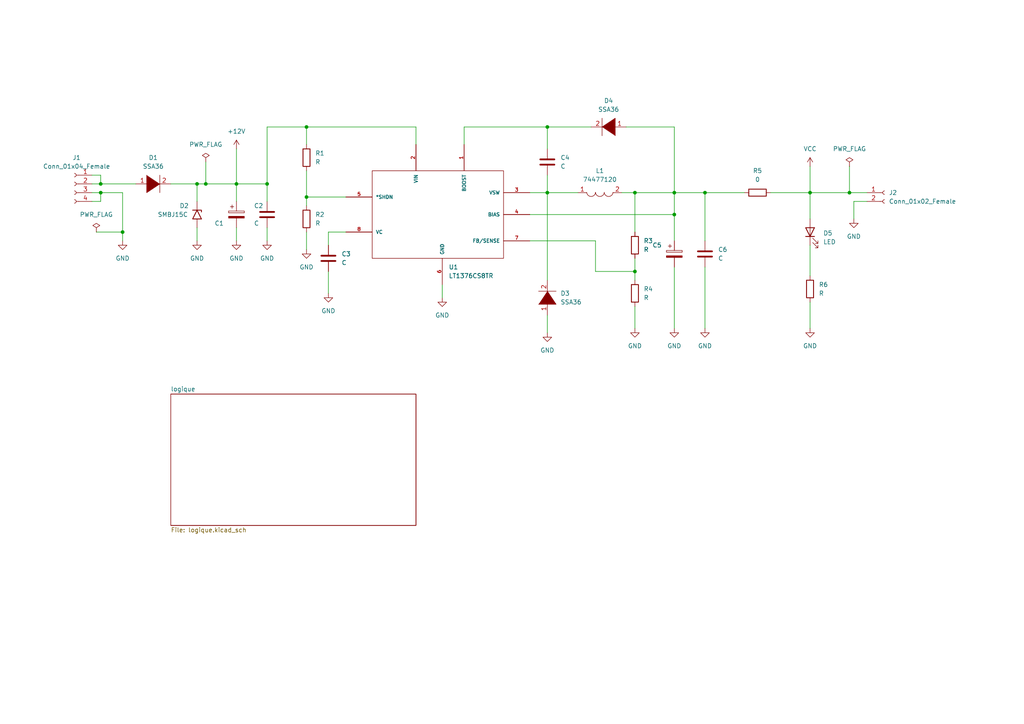
<source format=kicad_sch>
(kicad_sch (version 20211123) (generator eeschema)
  (paper "A4")
  (title_block (date "mar. 31 mars 2015"))
  (lib_symbols
    (symbol "Connector:Conn_01x02_Female" (pin_names (offset 1.016) hide)
      (property "Reference" "J" (at 0 2.54 0))
      (property "Value" "Conn_01x02_Female" (at 0 -5.08 0))
      (symbol "Conn_01x02_Female_1_1"
        (arc (start 0 -2.032) (mid -0.508 -2.54) (end 0 -3.048) (stroke (width 0.1524)))
        (polyline (pts (xy -1.27 -2.54) (xy -0.508 -2.54)) (stroke (width 0.1524)))
        (polyline (pts (xy -1.27 0) (xy -0.508 0)) (stroke (width 0.1524)))
        (arc (start 0 0.508) (mid -0.508 0) (end 0 -0.508) (stroke (width 0.1524)))
        (pin passive line (at -5.08 0 0) (length 3.81) (name "Pin_1") (number "1"))
        (pin passive line (at -5.08 -2.54 0) (length 3.81) (name "Pin_2") (number "2"))
      )
    )
    (symbol "Connector:Conn_01x04_Female" (pin_names (offset 1.016) hide)
      (property "Reference" "J" (at 0 5.08 0))
      (property "Value" "Conn_01x04_Female" (at 0 -7.62 0))
      (symbol "Conn_01x04_Female_1_1"
        (arc (start 0 -4.572) (mid -0.508 -5.08) (end 0 -5.588) (stroke (width 0.1524)))
        (arc (start 0 -2.032) (mid -0.508 -2.54) (end 0 -3.048) (stroke (width 0.1524)))
        (polyline (pts (xy -1.27 -5.08) (xy -0.508 -5.08)) (stroke (width 0.1524)))
        (polyline (pts (xy -1.27 -2.54) (xy -0.508 -2.54)) (stroke (width 0.1524)))
        (polyline (pts (xy -1.27 0) (xy -0.508 0)) (stroke (width 0.1524)))
        (polyline (pts (xy -1.27 2.54) (xy -0.508 2.54)) (stroke (width 0.1524)))
        (arc (start 0 0.508) (mid -0.508 0) (end 0 -0.508) (stroke (width 0.1524)))
        (arc (start 0 3.048) (mid -0.508 2.54) (end 0 2.032) (stroke (width 0.1524)))
        (pin passive line (at -5.08 2.54 0) (length 3.81) (name "Pin_1") (number "1"))
        (pin passive line (at -5.08 0 0) (length 3.81) (name "Pin_2") (number "2"))
        (pin passive line (at -5.08 -2.54 0) (length 3.81) (name "Pin_3") (number "3"))
        (pin passive line (at -5.08 -5.08 0) (length 3.81) (name "Pin_4") (number "4"))
      )
    )
    (symbol "Device:C" (pin_numbers hide) (pin_names (offset 0.254))
      (property "Reference" "C" (at 0.635 2.54 0))
      (property "Value" "C" (at 0.635 -2.54 0))
      (symbol "C_0_1"
        (polyline (pts (xy -2.032 -0.762) (xy 2.032 -0.762)) (stroke (width 0.508)))
        (polyline (pts (xy -2.032 0.762) (xy 2.032 0.762)) (stroke (width 0.508)))
      )
      (symbol "C_1_1"
        (pin passive line (at 0 3.81 270) (length 2.794) (name "~") (number "1"))
        (pin passive line (at 0 -3.81 90) (length 2.794) (name "~") (number "2"))
      )
    )
    (symbol "Device:C_Polarized" (pin_numbers hide) (pin_names (offset 0.254))
      (property "Reference" "C" (at 0.635 2.54 0))
      (property "Value" "C_Polarized" (at 0.635 -2.54 0))
      (symbol "C_Polarized_0_1"
        (rectangle (start -2.286 0.508) (end 2.286 1.016))
        (polyline (pts (xy -1.778 2.286) (xy -0.762 2.286)))
        (polyline (pts (xy -1.27 2.794) (xy -1.27 1.778)))
        (rectangle (start 2.286 -0.508) (end -2.286 -1.016) (fill (type outline)))
      )
      (symbol "C_Polarized_1_1"
        (pin passive line (at 0 3.81 270) (length 2.794) (name "~") (number "1"))
        (pin passive line (at 0 -3.81 90) (length 2.794) (name "~") (number "2"))
      )
    )
    (symbol "Device:LED" (pin_numbers hide) (pin_names (offset 1.016) hide)
      (property "Reference" "D" (at 0 2.54 0))
      (property "Value" "LED" (at 0 -2.54 0))
      (symbol "LED_0_1"
        (polyline (pts (xy -1.27 -1.27) (xy -1.27 1.27)) (stroke (width 0.254)))
        (polyline (pts (xy -1.27 0) (xy 1.27 0)))
        (polyline (pts (xy 1.27 -1.27) (xy 1.27 1.27) (xy -1.27 0) (xy 1.27 -1.27)) (stroke (width 0.254)))
        (polyline (pts (xy -3.048 -0.762) (xy -4.572 -2.286) (xy -3.81 -2.286) (xy -4.572 -2.286) (xy -4.572 -1.524)))
        (polyline (pts (xy -1.778 -0.762) (xy -3.302 -2.286) (xy -2.54 -2.286) (xy -3.302 -2.286) (xy -3.302 -1.524)))
      )
      (symbol "LED_1_1"
        (pin passive line (at -3.81 0 0) (length 2.54) (name "K") (number "1"))
        (pin passive line (at 3.81 0 180) (length 2.54) (name "A") (number "2"))
      )
    )
    (symbol "Device:R" (pin_numbers hide) (pin_names (offset 0))
      (property "Reference" "R" (at 2.032 0 90))
      (property "Value" "R" (at 0 0 90))
      (symbol "R_0_1"
        (rectangle (start -1.016 -2.54) (end 1.016 2.54) (stroke (width 0.254)))
      )
      (symbol "R_1_1"
        (pin passive line (at 0 3.81 270) (length 1.27) (name "~") (number "1"))
        (pin passive line (at 0 -3.81 90) (length 1.27) (name "~") (number "2"))
      )
    )
    (symbol "Diode:SM6T6V8A" (pin_numbers hide) (pin_names (offset 1.016) hide)
      (property "Reference" "D" (at 0 2.54 0))
      (property "Value" "SM6T6V8A" (at 0 -2.54 0))
      (symbol "SM6T6V8A_0_1"
        (polyline (pts (xy -0.762 1.27) (xy -1.27 1.27) (xy -1.27 -1.27)) (stroke (width 0.254)))
        (polyline (pts (xy 1.27 1.27) (xy 1.27 -1.27) (xy -1.27 0) (xy 1.27 1.27)) (stroke (width 0.254)))
      )
      (symbol "SM6T6V8A_1_1"
        (pin passive line (at -3.81 0 0) (length 2.54) (name "A1") (number "1"))
        (pin passive line (at 3.81 0 180) (length 2.54) (name "A2") (number "2"))
      )
    )
    (symbol "LT1376CS8TR:LT1376CS8TR" (pin_names (offset 1.016))
      (property "Reference" "U" (at -26.67 -15.24 0))
      (property "Value" "LT1376CS8TR" (at -26.924 -17.5514 0))
      (symbol "LT1376CS8TR_0_0"
        (pin input line (at 6.35 20.32 270) (length 7.62) (name "BOOST") (number "1"))
        (pin input line (at -7.62 20.32 270) (length 7.62) (name "VIN") (number "2"))
        (pin passive line (at 25.4 6.35 180) (length 7.62) (name "VSW") (number "3"))
        (pin input line (at 25.4 0 180) (length 7.62) (name "BIAS") (number "4"))
        (pin passive line (at -27.94 5.08 0) (length 7.62) (name "*SHDN") (number "5"))
        (pin power_in line (at 0 -20.32 90) (length 7.62) (name "GND") (number "6"))
        (pin output line (at 25.4 -7.62 180) (length 7.62) (name "FB/SENSE") (number "7"))
        (pin output line (at -27.94 -5.08 0) (length 7.62) (name "VC") (number "8"))
      )
      (symbol "LT1376CS8TR_1_1"
        (rectangle (start -20.32 12.7) (end 17.78 -12.7))
      )
    )
    (symbol "inductor_perso:74477120"
      (property "Reference" "L" (at -0.1016 -3.556 0))
      (property "Value" "74477120" (at 0 3.81 0))
      (symbol "74477120_0_1"
        (arc (start -3.81 0.0844) (mid -2.54 -1.2728) (end -1.27 0.0844))
        (arc (start -1.27 0.0844) (mid 0 -1.2728) (end 1.27 0.0844))
        (arc (start 1.27 0.0844) (mid 2.54 -1.2728) (end 3.81 0.0844))
      )
      (symbol "74477120_1_1"
        (pin passive line (at -6.35 0 0) (length 2.54) (name "") (number "1"))
        (pin passive line (at 6.35 0 180) (length 2.54) (name "") (number "2"))
      )
    )
    (symbol "power:+12V" (power) (pin_names (offset 0))
      (property "Value" "+12V" (at 0 3.556 0))
      (symbol "+12V_0_1"
        (polyline (pts (xy -0.762 1.27) (xy 0 2.54)))
        (polyline (pts (xy 0 0) (xy 0 2.54)))
        (polyline (pts (xy 0 2.54) (xy 0.762 1.27)))
      )
      (symbol "+12V_1_1"
        (pin power_in line (at 0 0 90) (length 0) hide (name "+12V") (number "1"))
      )
    )
    (symbol "power:GND" (power) (pin_names (offset 0))
      (property "Value" "GND" (at 0 -3.81 0))
      (symbol "GND_0_1"
        (polyline (pts (xy 0 0) (xy 0 -1.27) (xy 1.27 -1.27) (xy 0 -2.54) (xy -1.27 -1.27) (xy 0 -1.27)))
      )
      (symbol "GND_1_1"
        (pin power_in line (at 0 0 270) (length 0) hide (name "GND") (number "1"))
      )
    )
    (symbol "power:PWR_FLAG" (power) (pin_numbers hide) (pin_names (offset 0) hide)
      (property "Value" "PWR_FLAG" (at 0 3.81 0))
      (symbol "PWR_FLAG_0_0"
        (pin power_out line (at 0 0 90) (length 0) (name "pwr") (number "1"))
      )
      (symbol "PWR_FLAG_0_1"
        (polyline (pts (xy 0 0) (xy 0 1.27) (xy -1.016 1.905) (xy 0 2.54) (xy 1.016 1.905) (xy 0 1.27)))
      )
    )
    (symbol "power:VCC" (power) (pin_names (offset 0))
      (property "Value" "VCC" (at 0 3.81 0))
      (symbol "VCC_0_1"
        (polyline (pts (xy -0.762 1.27) (xy 0 2.54)))
        (polyline (pts (xy 0 0) (xy 0 2.54)))
        (polyline (pts (xy 0 2.54) (xy 0.762 1.27)))
      )
      (symbol "VCC_1_1"
        (pin power_in line (at 0 0 90) (length 0) hide (name "VCC") (number "1"))
      )
    )
    (symbol "pspice:DIODE" (pin_names (offset 1.016) hide)
      (property "Reference" "D" (at 0 3.81 0))
      (property "Value" "DIODE" (at 0 -4.445 0))
      (symbol "DIODE_0_1"
        (polyline (pts (xy 1.905 2.54) (xy 1.905 -2.54)))
        (polyline (pts (xy -1.905 2.54) (xy -1.905 -2.54) (xy 1.905 0)) (fill (type outline)))
      )
      (symbol "DIODE_1_1"
        (pin input line (at -5.08 0 0) (length 3.81) (name "K") (number "1"))
        (pin input line (at 5.08 0 180) (length 3.81) (name "A") (number "2"))
      )
    )
  )
  (junction (at 246.38 55.88))
  (junction (at 195.58 62.23))
  (junction (at 88.9 57.15))
  (junction (at 234.95 55.88))
  (junction (at 59.69 53.34))
  (junction (at 35.56 67.31))
  (junction (at 88.9 36.83))
  (junction (at 158.75 36.83))
  (junction (at 184.15 55.88))
  (junction (at 29.21 55.88))
  (junction (at 204.47 55.88))
  (junction (at 29.21 53.34))
  (junction (at 184.15 78.74))
  (junction (at 57.15 53.34))
  (junction (at 68.58 53.34))
  (junction (at 77.47 53.34))
  (junction (at 195.58 55.88))
  (junction (at 158.75 55.88))
  (wire (pts (xy 158.75 55.88) (xy 158.75 81.28)))
  (wire (pts (xy 204.47 55.88) (xy 215.9 55.88)))
  (wire (pts (xy 35.56 55.88) (xy 35.56 67.31)))
  (wire (pts (xy 120.65 41.91) (xy 120.65 36.83)))
  (wire (pts (xy 158.75 91.44) (xy 158.75 96.52)))
  (wire (pts (xy 184.15 88.9) (xy 184.15 95.25)))
  (wire (pts (xy 204.47 77.47) (xy 204.47 95.25)))
  (wire (pts (xy 195.58 36.83) (xy 195.58 55.88)))
  (wire (pts (xy 57.15 53.34) (xy 57.15 58.42)))
  (wire (pts (xy 195.58 77.47) (xy 195.58 95.25)))
  (wire (pts (xy 68.58 53.34) (xy 68.58 58.42)))
  (wire (pts (xy 68.58 43.18) (xy 68.58 53.34)))
  (wire (pts (xy 120.65 36.83) (xy 88.9 36.83)))
  (wire (pts (xy 180.34 55.88) (xy 184.15 55.88)))
  (wire (pts (xy 29.21 50.8) (xy 29.21 53.34)))
  (wire (pts (xy 234.95 71.12) (xy 234.95 80.01)))
  (wire (pts (xy 68.58 53.34) (xy 77.47 53.34)))
  (wire (pts (xy 27.94 67.31) (xy 35.56 67.31)))
  (wire (pts (xy 88.9 57.15) (xy 88.9 59.69)))
  (wire (pts (xy 134.62 41.91) (xy 134.62 36.83)))
  (wire (pts (xy 158.75 50.8) (xy 158.75 55.88)))
  (wire (pts (xy 26.67 50.8) (xy 29.21 50.8)))
  (wire (pts (xy 57.15 66.04) (xy 57.15 69.85)))
  (wire (pts (xy 184.15 74.93) (xy 184.15 78.74)))
  (wire (pts (xy 100.33 67.31) (xy 95.25 67.31)))
  (wire (pts (xy 134.62 36.83) (xy 158.75 36.83)))
  (wire (pts (xy 57.15 53.34) (xy 59.69 53.34)))
  (wire (pts (xy 59.69 53.34) (xy 68.58 53.34)))
  (wire (pts (xy 59.69 46.99) (xy 59.69 53.34)))
  (wire (pts (xy 77.47 53.34) (xy 77.47 58.42)))
  (wire (pts (xy 88.9 67.31) (xy 88.9 72.39)))
  (wire (pts (xy 246.38 55.88) (xy 251.46 55.88)))
  (wire (pts (xy 234.95 87.63) (xy 234.95 95.25)))
  (wire (pts (xy 95.25 67.31) (xy 95.25 71.12)))
  (wire (pts (xy 195.58 55.88) (xy 195.58 62.23)))
  (wire (pts (xy 26.67 53.34) (xy 29.21 53.34)))
  (wire (pts (xy 172.72 78.74) (xy 184.15 78.74)))
  (wire (pts (xy 223.52 55.88) (xy 234.95 55.88)))
  (wire (pts (xy 49.53 53.34) (xy 57.15 53.34)))
  (wire (pts (xy 77.47 66.04) (xy 77.47 69.85)))
  (wire (pts (xy 158.75 55.88) (xy 167.64 55.88)))
  (wire (pts (xy 184.15 55.88) (xy 195.58 55.88)))
  (wire (pts (xy 88.9 57.15) (xy 100.33 57.15)))
  (wire (pts (xy 234.95 55.88) (xy 234.95 63.5)))
  (wire (pts (xy 158.75 36.83) (xy 158.75 43.18)))
  (wire (pts (xy 88.9 36.83) (xy 77.47 36.83)))
  (wire (pts (xy 184.15 55.88) (xy 184.15 67.31)))
  (wire (pts (xy 158.75 36.83) (xy 171.45 36.83)))
  (wire (pts (xy 128.27 82.55) (xy 128.27 86.36)))
  (wire (pts (xy 88.9 49.53) (xy 88.9 57.15)))
  (wire (pts (xy 153.67 69.85) (xy 172.72 69.85)))
  (wire (pts (xy 29.21 55.88) (xy 35.56 55.88)))
  (wire (pts (xy 95.25 78.74) (xy 95.25 85.09)))
  (wire (pts (xy 26.67 55.88) (xy 29.21 55.88)))
  (wire (pts (xy 246.38 48.26) (xy 246.38 55.88)))
  (wire (pts (xy 29.21 53.34) (xy 39.37 53.34)))
  (wire (pts (xy 247.65 58.42) (xy 247.65 63.5)))
  (wire (pts (xy 184.15 78.74) (xy 184.15 81.28)))
  (wire (pts (xy 204.47 55.88) (xy 204.47 69.85)))
  (wire (pts (xy 77.47 36.83) (xy 77.47 53.34)))
  (wire (pts (xy 29.21 58.42) (xy 29.21 55.88)))
  (wire (pts (xy 181.61 36.83) (xy 195.58 36.83)))
  (wire (pts (xy 88.9 36.83) (xy 88.9 41.91)))
  (wire (pts (xy 153.67 55.88) (xy 158.75 55.88)))
  (wire (pts (xy 195.58 62.23) (xy 195.58 69.85)))
  (wire (pts (xy 195.58 55.88) (xy 204.47 55.88)))
  (wire (pts (xy 35.56 67.31) (xy 35.56 69.85)))
  (wire (pts (xy 172.72 69.85) (xy 172.72 78.74)))
  (wire (pts (xy 68.58 66.04) (xy 68.58 69.85)))
  (wire (pts (xy 234.95 55.88) (xy 246.38 55.88)))
  (wire (pts (xy 26.67 58.42) (xy 29.21 58.42)))
  (wire (pts (xy 251.46 58.42) (xy 247.65 58.42)))
  (wire (pts (xy 234.95 48.26) (xy 234.95 55.88)))
  (wire (pts (xy 153.67 62.23) (xy 195.58 62.23)))
  (symbol (lib_id "pspice:DIODE") (at 44.45 53.34 0) (unit 1)
    (property "Reference" "D1" (at 44.45 45.72 0))
    (property "Value" "SSA36" (at 44.45 48.26 0))
    (property "Footprint" "Diode_SMD:D_SMA-SMB_Universal_Handsoldering" (effects hide))
  )
  (symbol (lib_id "Device:R") (at 219.71 55.88 90) (unit 1)
    (property "Reference" "R5" (at 219.71 49.53 90))
    (property "Value" "0" (at 219.71 52.07 90))
    (property "Footprint" "Resistor_SMD:R_0805_2012Metric_Pad1.20x1.40mm_HandSolder" (effects hide))
  )
  (symbol (lib_id "Device:R") (at 184.15 85.09 0) (unit 1)
    (property "Reference" "R4" (at 186.69 83.8199 0) (effects (justify left)))
    (property "Value" "R" (at 186.69 86.3599 0) (effects (justify left)))
    (property "Footprint" "Resistor_SMD:R_0805_2012Metric_Pad1.20x1.40mm_HandSolder" (effects hide))
  )
  (symbol (lib_id "power:PWR_FLAG") (at 27.94 67.31 0) (unit 1)
    (property "Reference" "#FLG0101" (effects hide))
    (property "Value" "PWR_FLAG" (at 27.94 62.23 0))
  )
  (symbol (lib_id "Device:R") (at 234.95 83.82 0) (unit 1)
    (property "Reference" "R6" (at 237.49 82.5499 0) (effects (justify left)))
    (property "Value" "R" (at 237.49 85.0899 0) (effects (justify left)))
    (property "Footprint" "Resistor_SMD:R_0805_2012Metric_Pad1.20x1.40mm_HandSolder" (effects hide))
  )
  (symbol (lib_id "pspice:DIODE") (at 158.75 86.36 90) (unit 1)
    (property "Reference" "D3" (at 162.56 85.0899 90) (effects (justify right)))
    (property "Value" "SSA36" (at 162.56 87.6299 90) (effects (justify right)))
    (property "Footprint" "Diode_SMD:D_SMA-SMB_Universal_Handsoldering" (effects hide))
  )
  (symbol (lib_id "pspice:DIODE") (at 176.53 36.83 180) (unit 1)
    (property "Reference" "D4" (at 176.53 29.21 0))
    (property "Value" "SSA36" (at 176.53 31.75 0))
    (property "Footprint" "Diode_SMD:D_SMA_Handsoldering" (effects hide))
  )
  (symbol (lib_id "inductor_perso:74477120") (at 173.99 55.88 0) (unit 1)
    (property "Reference" "L1" (at 173.99 49.53 0))
    (property "Value" "74477120" (at 173.99 52.07 0))
    (property "Footprint" "Inductor_perso:74477120" (effects hide))
  )
  (symbol (lib_id "power:GND") (at 195.58 95.25 0) (unit 1)
    (property "Reference" "#PWR0109" (effects hide))
    (property "Value" "GND" (at 195.58 100.33 0))
  )
  (symbol (lib_id "Connector:Conn_01x02_Female") (at 256.54 55.88 0) (unit 1)
    (property "Reference" "J2" (at 257.81 55.8799 0) (effects (justify left)))
    (property "Value" "Conn_01x02_Female" (at 257.81 58.4199 0) (effects (justify left)))
    (property "Footprint" "connectors:conn-2pts-P5mm" (effects hide))
  )
  (symbol (lib_id "Device:C") (at 158.75 46.99 0) (unit 1)
    (property "Reference" "C4" (at 162.56 45.7199 0) (effects (justify left)))
    (property "Value" "C" (at 162.56 48.2599 0) (effects (justify left)))
    (property "Footprint" "Capacitor_SMD:C_0805_2012Metric_Pad1.18x1.45mm_HandSolder" (effects hide))
  )
  (symbol (lib_id "Device:C_Polarized") (at 195.58 73.66 0) (unit 1)
    (property "Reference" "C5" (at 189.23 71.12 0) (effects (justify left)))
    (property "Value" "C_Polarized" (effects hide))
    (property "Footprint" "capacitor_perso:C_Elec_8x6.2" (effects hide))
  )
  (symbol (lib_id "power:GND") (at 234.95 95.25 0) (unit 1)
    (property "Reference" "#PWR0111" (effects hide))
    (property "Value" "GND" (at 234.95 100.33 0))
  )
  (symbol (lib_id "power:GND") (at 95.25 85.09 0) (unit 1)
    (property "Reference" "#PWR0115" (effects hide))
    (property "Value" "GND" (at 95.25 90.17 0))
  )
  (symbol (lib_id "Device:R") (at 88.9 45.72 0) (unit 1)
    (property "Reference" "R1" (at 91.44 44.4499 0) (effects (justify left)))
    (property "Value" "R" (at 91.44 46.9899 0) (effects (justify left)))
    (property "Footprint" "Resistor_SMD:R_0805_2012Metric_Pad1.20x1.40mm_HandSolder" (effects hide))
  )
  (symbol (lib_id "Device:R") (at 88.9 63.5 0) (unit 1)
    (property "Reference" "R2" (at 91.44 62.2299 0) (effects (justify left)))
    (property "Value" "R" (at 91.44 64.7699 0) (effects (justify left)))
    (property "Footprint" "Resistor_SMD:R_0805_2012Metric_Pad1.20x1.40mm_HandSolder" (effects hide))
  )
  (symbol (lib_id "power:GND") (at 158.75 96.52 0) (unit 1)
    (property "Reference" "#PWR0102" (effects hide))
    (property "Value" "GND" (at 158.75 101.6 0))
  )
  (symbol (lib_id "power:GND") (at 128.27 86.36 0) (unit 1)
    (property "Reference" "#PWR0101" (effects hide))
    (property "Value" "GND" (at 128.27 91.44 0))
  )
  (symbol (lib_id "Connector:Conn_01x04_Female") (at 21.59 53.34 0) (mirror y) (unit 1)
    (property "Reference" "J1" (at 22.225 45.72 0))
    (property "Value" "Conn_01x04_Female" (at 22.225 48.26 0))
    (property "Footprint" "connectors:conn-4pts-P5mm" (effects hide))
  )
  (symbol (lib_id "power:GND") (at 35.56 69.85 0) (unit 1)
    (property "Reference" "#PWR0104" (effects hide))
    (property "Value" "GND" (at 35.56 74.93 0))
  )
  (symbol (lib_id "power:VCC") (at 234.95 48.26 0) (unit 1)
    (property "Reference" "#PWR0106" (effects hide))
    (property "Value" "VCC" (at 234.95 43.18 0))
  )
  (symbol (lib_id "power:PWR_FLAG") (at 59.69 46.99 0) (unit 1)
    (property "Reference" "#FLG0103" (effects hide))
    (property "Value" "PWR_FLAG" (at 59.69 41.91 0))
  )
  (symbol (lib_id "power:GND") (at 88.9 72.39 0) (unit 1)
    (property "Reference" "#PWR0113" (effects hide))
    (property "Value" "GND" (at 88.9 77.47 0))
  )
  (symbol (lib_id "power:GND") (at 57.15 69.85 0) (unit 1)
    (property "Reference" "#PWR0105" (effects hide))
    (property "Value" "GND" (at 57.15 74.93 0))
  )
  (symbol (lib_id "power:GND") (at 184.15 95.25 0) (unit 1)
    (property "Reference" "#PWR0108" (effects hide))
    (property "Value" "GND" (at 184.15 100.33 0))
  )
  (symbol (lib_id "power:GND") (at 68.58 69.85 0) (unit 1)
    (property "Reference" "#PWR0103" (effects hide))
    (property "Value" "GND" (at 68.58 74.93 0))
  )
  (symbol (lib_id "Device:C") (at 204.47 73.66 0) (unit 1)
    (property "Reference" "C6" (at 208.28 72.3899 0) (effects (justify left)))
    (property "Value" "C" (at 208.28 74.9299 0) (effects (justify left)))
    (property "Footprint" "Capacitor_SMD:C_0805_2012Metric_Pad1.18x1.45mm_HandSolder" (effects hide))
  )
  (symbol (lib_id "Diode:SM6T6V8A") (at 57.15 62.23 270) (unit 1)
    (property "Reference" "D2" (at 52.07 59.69 90) (effects (justify left)))
    (property "Value" "SMBJ15C" (at 45.72 62.23 90) (effects (justify left)))
    (property "Footprint" "transils:D_SMBJ_SMA-SMB_Universal_Handsoldering" (effects hide))
    (property "Datasheet" "https://www.st.com/resource/en/datasheet/sm6t.pdf" (effects hide))
  )
  (symbol (lib_id "Device:C_Polarized") (at 68.58 62.23 0) (unit 1)
    (property "Reference" "C1" (at 62.23 64.77 0) (effects (justify left)))
    (property "Value" "C_Polarized" (effects hide))
    (property "Footprint" "capacitor_perso:C_Elec_8x6.2" (effects hide))
  )
  (symbol (lib_id "Device:C") (at 95.25 74.93 0) (unit 1)
    (property "Reference" "C3" (at 99.06 73.6599 0) (effects (justify left)))
    (property "Value" "C" (at 99.06 76.1999 0) (effects (justify left)))
    (property "Footprint" "Capacitor_SMD:C_0805_2012Metric_Pad1.18x1.45mm_HandSolder" (effects hide))
  )
  (symbol (lib_id "power:GND") (at 204.47 95.25 0) (unit 1)
    (property "Reference" "#PWR0110" (effects hide))
    (property "Value" "GND" (at 204.47 100.33 0))
  )
  (symbol (lib_id "LT1376CS8TR:LT1376CS8TR") (at 128.27 62.23 0) (unit 1)
    (property "Reference" "U1" (at 130.1497 77.47 0) (effects (justify left)))
    (property "Value" "LT1376CS8TR" (at 130.1497 80.01 0) (effects (justify left)))
    (property "Footprint" "Package_SO:SOIC-8_3.9x4.9mm_P1.27mm" (effects hide))
    (property "VENDOR" "Linear Technology" (effects hide))
    (property "MANUFACTURER_PART_NUMBER" "lt1376cs8#tr" (effects hide))
  )
  (symbol (lib_id "power:+12V") (at 68.58 43.18 0) (unit 1)
    (property "Reference" "#PWR0112" (effects hide))
    (property "Value" "+12V" (at 68.58 38.1 0))
  )
  (symbol (lib_id "Device:C") (at 77.47 62.23 0) (unit 1)
    (property "Reference" "C2" (at 73.66 59.69 0) (effects (justify left)))
    (property "Value" "C" (at 73.66 64.77 0) (effects (justify left)))
    (property "Footprint" "Capacitor_SMD:C_0805_2012Metric_Pad1.18x1.45mm_HandSolder" (effects hide))
  )
  (symbol (lib_id "power:GND") (at 77.47 69.85 0) (unit 1)
    (property "Reference" "#PWR0114" (effects hide))
    (property "Value" "GND" (at 77.47 74.93 0))
  )
  (symbol (lib_id "Device:R") (at 184.15 71.12 0) (unit 1)
    (property "Reference" "R3" (at 186.69 69.8499 0) (effects (justify left)))
    (property "Value" "R" (at 186.69 72.3899 0) (effects (justify left)))
    (property "Footprint" "Resistor_SMD:R_0805_2012Metric_Pad1.20x1.40mm_HandSolder" (effects hide))
  )
  (symbol (lib_id "power:GND") (at 247.65 63.5 0) (unit 1)
    (property "Reference" "#PWR0107" (effects hide))
    (property "Value" "GND" (at 247.65 68.58 0))
  )
  (symbol (lib_id "Device:LED") (at 234.95 67.31 90) (unit 1)
    (property "Reference" "D5" (at 238.76 67.6274 90) (effects (justify right)))
    (property "Value" "LED" (at 238.76 70.1674 90) (effects (justify right)))
    (property "Footprint" "Diode_SMD:D_0805_2012Metric_Pad1.15x1.40mm_HandSolder" (effects hide))
  )
  (symbol (lib_id "power:PWR_FLAG") (at 246.38 48.26 0) (unit 1)
    (property "Reference" "#FLG0102" (effects hide))
    (property "Value" "PWR_FLAG" (at 246.38 43.18 0))
  )
  (sheet (at 49.53 114.3) (size 71.12 38.1) (stroke (width 0.1524))
    (property "Sheet name" "logique" (at 49.53 113.5884 0) (effects (justify left bottom)))
    (property "Sheet file" "logique.kicad_sch" (at 49.53 152.9846 0) (effects (justify left top)))
  )
)
</source>
